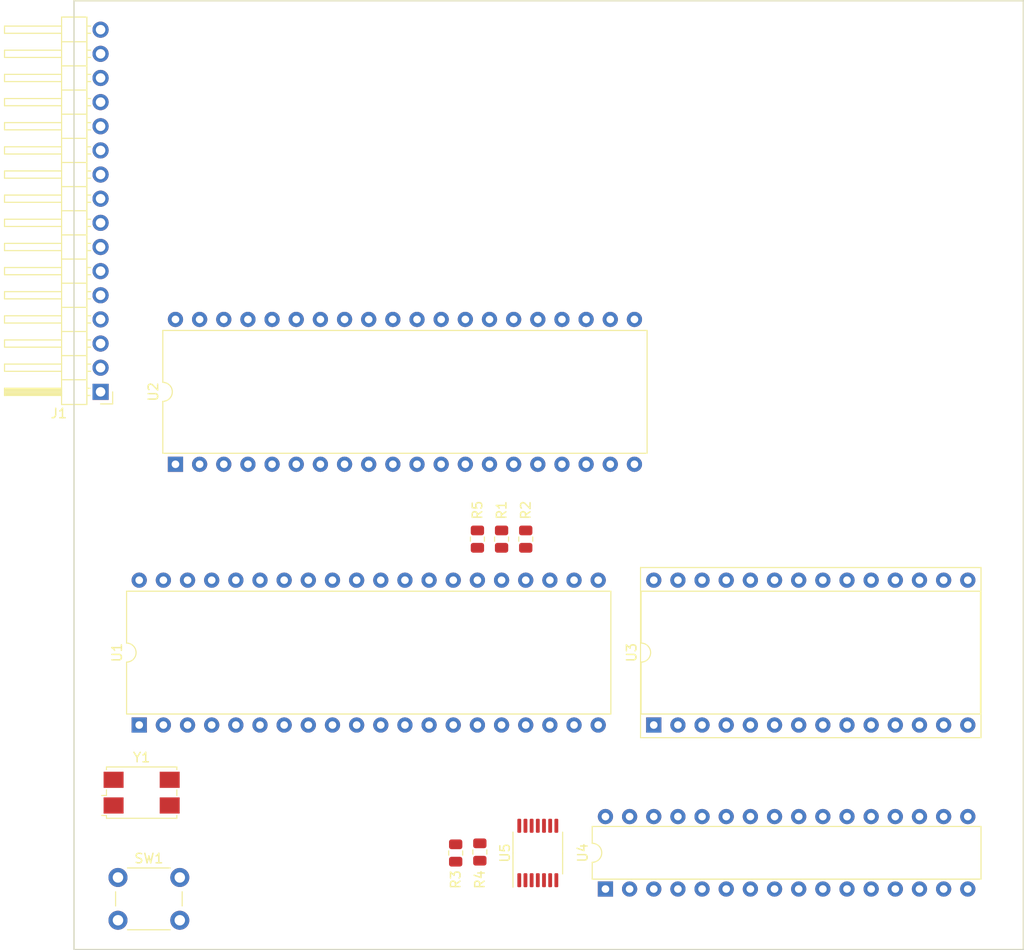
<source format=kicad_pcb>
(kicad_pcb (version 20211014) (generator pcbnew)
  (layers (0 "F.Cu" signal) (31 "B.Cu" signal) (34 "B.Paste" user) (35 "F.Paste" user) (36 "B.SilkS" user "B.Silkscreen") (37 "F.SilkS" user "F.Silkscreen") (38 "B.Mask" user) (39 "F.Mask" user) (44 "Edge.Cuts" user))
  (net 0 "")
  (net 13 "A11")
  (net 14 "Net-(U1-Pad21)")
  (net 15 "A12")
  (net 16 "Net-(U1-Pad22)")
  (net 17 "A13")
  (net 18 "A14")
  (net 19 "Net-(U1-Pad24)")
  (net 20 "A15")
  (net 21 "Net-(U1-Pad25)")
  (net 22 "Net-(U1-Pad6)")
  (net 23 "Net-(U1-Pad26)")
  (net 24 "D4")
  (net 25 "D3")
  (net 26 "D5")
  (net 27 "GND")
  (net 28 "D6")
  (net 29 "A0")
  (net 30 "VCC")
  (net 31 "A1")
  (net 32 "D2")
  (net 33 "A2")
  (net 34 "D7")
  (net 35 "A3")
  (net 36 "D0")
  (net 37 "A4")
  (net 38 "D1")
  (net 39 "A5")
  (net 40 "Net-(U1-Pad16)")
  (net 41 "A6")
  (net 42 "Net-(U1-Pad17)")
  (net 43 "A7")
  (net 44 "A8")
  (net 45 "Net-(U1-Pad19)")
  (net 46 "A9")
  (net 47 "A10")
  (net 48 "Net-(U4-Pad24)")
  (net 49 "Net-(U4-Pad29)")
  (net 52 "Net-(U1-Pad27)")
  (net 53 "Net-(U1-Pad20)")
  (net 54 "PORTA_7")
  (net 55 "PORTB_0")
  (net 56 "PORTA_6")
  (net 57 "PORTB_1")
  (net 58 "PORTA_5")
  (net 59 "PORTB_2")
  (net 60 "PORTA_4")
  (net 61 "PORTB_3")
  (net 62 "PORTB_4")
  (net 63 "PORTA_3")
  (net 64 "PORTB_5")
  (net 65 "PORTA_2")
  (net 66 "PORTB_6")
  (net 67 "PORTA_1")
  (net 68 "PORTB_7")
  (net 69 "PORTA_0")
  (footprint "Connector_PinHeader_2.54mm:PinHeader_1x16_P2.54mm_Horizontal" (layer "F.Cu") (at 82.55 88.138 180)
    (fp_text reference "J1" (at 4.385 -2.27 180) (layer "F.SilkS"))
    (fp_text value "Conn_01x16")
    (fp_line (start 4.1 0.16) (end 10.1 0.16) (layer "F.SilkS") (width 0.12))
    (fp_line (start 10.1 38.48) (end 4.1 38.48) (layer "F.SilkS") (width 0.12))
    (fp_line (start 4.1 4.7) (end 10.1 4.7) (layer "F.SilkS") (width 0.12))
    (fp_line (start 1.042929 25.02) (end 1.44 25.02) (layer "F.SilkS") (width 0.12))
    (fp_line (start 4.1 -0.38) (end 10.1 -0.38) (layer "F.SilkS") (width 0.12))
    (fp_line (start 1.042929 30.1) (end 1.44 30.1) (layer "F.SilkS") (width 0.12))
    (fp_line (start 1.44 13.97) (end 4.1 13.97) (layer "F.SilkS") (width 0.12))
    (fp_line (start 1.042929 27.56) (end 1.44 27.56) (layer "F.SilkS") (width 0.12))
    (fp_line (start 1.042929 5.46) (end 1.44 5.46) (layer "F.SilkS") (width 0.12))
    (fp_line (start 10.1 9.78) (end 10.1 10.54) (layer "F.SilkS") (width 0.12))
    (fp_line (start 10.1 13.08) (end 4.1 13.08) (layer "F.SilkS") (width 0.12))
    (fp_line (start 10.1 18.16) (end 4.1 18.16) (layer "F.SilkS") (width 0.12))
    (fp_line (start 1.042929 4.7) (end 1.44 4.7) (layer "F.SilkS") (width 0.12))
    (fp_line (start 1.042929 23.24) (end 1.44 23.24) (layer "F.SilkS") (width 0.12))
    (fp_line (start 10.1 10.54) (end 4.1 10.54) (layer "F.SilkS") (width 0.12))
    (fp_line (start 1.44 26.67) (end 4.1 26.67) (layer "F.SilkS") (width 0.12))
    (fp_line (start 1.44 19.05) (end 4.1 19.05) (layer "F.SilkS") (width 0.12))
    (fp_line (start 10.1 37.72) (end 10.1 38.48) (layer "F.SilkS") (width 0.12))
    (fp_line (start 1.042929 38.48) (end 1.44 38.48) (layer "F.SilkS") (width 0.12))
    (fp_line (start 1.042929 10.54) (end 1.44 10.54) (layer "F.SilkS") (width 0.12))
    (fp_line (start 1.042929 9.78) (end 1.44 9.78) (layer "F.SilkS") (width 0.12))
    (fp_line (start 1.44 24.13) (end 4.1 24.13) (layer "F.SilkS") (width 0.12))
    (fp_line (start 10.1 35.94) (end 4.1 35.94) (layer "F.SilkS") (width 0.12))
    (fp_line (start 1.042929 37.72) (end 1.44 37.72) (layer "F.SilkS") (width 0.12))
    (fp_line (start 10.1 23.24) (end 4.1 23.24) (layer "F.SilkS") (width 0.12))
    (fp_line (start 4.1 -0.32) (end 10.1 -0.32) (layer "F.SilkS") (width 0.12))
    (fp_line (start 1.042929 7.24) (end 1.44 7.24) (layer "F.SilkS") (width 0.12))
    (fp_line (start 4.1 9.78) (end 10.1 9.78) (layer "F.SilkS") (width 0.12))
    (fp_line (start 1.042929 30.86) (end 1.44 30.86) (layer "F.SilkS") (width 0.12))
    (fp_line (start 1.042929 22.48) (end 1.44 22.48) (layer "F.SilkS") (width 0.12))
    (fp_line (start 10.1 33.4) (end 4.1 33.4) (layer "F.SilkS") (width 0.12))
    (fp_line (start 10.1 30.86) (end 4.1 30.86) (layer "F.SilkS") (width 0.12))
    (fp_line (start 1.44 39.43) (end 4.1 39.43) (layer "F.SilkS") (width 0.12))
    (fp_line (start 10.1 35.18) (end 10.1 35.94) (layer "F.SilkS") (width 0.12))
    (fp_line (start 4.1 -1.33) (end 1.44 -1.33) (layer "F.SilkS") (width 0.12))
    (fp_line (start 4.1 22.48) (end 10.1 22.48) (layer "F.SilkS") (width 0.12))
    (fp_line (start 1.042929 2.92) (end 1.44 2.92) (layer "F.SilkS") (width 0.12))
    (fp_line (start 1.44 3.81) (end 4.1 3.81) (layer "F.SilkS") (width 0.12))
    (fp_line (start 10.1 19.94) (end 10.1 20.7) (layer "F.SilkS") (width 0.12))
    (fp_line (start 10.1 25.78) (end 4.1 25.78) (layer "F.SilkS") (width 0.12))
    (fp_line (start 1.44 6.35) (end 4.1 6.35) (layer "F.SilkS") (width 0.12))
    (fp_line (start 10.1 2.16) (end 10.1 2.92) (layer "F.SilkS") (width 0.12))
    (fp_line (start 4.1 17.4) (end 10.1 17.4) (layer "F.SilkS") (width 0.12))
    (fp_line (start 10.1 27.56) (end 10.1 28.32) (layer "F.SilkS") (width 0.12))
    (fp_line (start 1.44 1.27) (end 4.1 1.27) (layer "F.SilkS") (width 0.12))
    (fp_line (start 10.1 32.64) (end 10.1 33.4) (layer "F.SilkS") (width 0.12))
    (fp_line (start 10.1 7.24) (end 10.1 8) (layer "F.SilkS") (width 0.12))
    (fp_line (start 1.042929 32.64) (end 1.44 32.64) (layer "F.SilkS") (width 0.12))
    (fp_line (start 1.042929 28.32) (end 1.44 28.32) (layer "F.SilkS") (width 0.12))
    (fp_line (start 1.042929 15.62) (end 1.44 15.62) (layer "F.SilkS") (width 0.12))
    (fp_line (start 4.1 37.72) (end 10.1 37.72) (layer "F.SilkS") (width 0.12))
    (fp_line (start 1.44 11.43) (end 4.1 11.43) (layer "F.SilkS") (width 0.12))
    (fp_line (start -1.27 0) (end -1.27 -1.27) (layer "F.SilkS") (width 0.12))
    (fp_line (start 1.042929 25.78) (end 1.44 25.78) (layer "F.SilkS") (width 0.12))
    (fp_line (start 10.1 17.4) (end 10.1 18.16) (layer "F.SilkS") (width 0.12))
    (fp_line (start 10.1 0.38) (end 4.1 0.38) (layer "F.SilkS") (width 0.12))
    (fp_line (start 10.1 28.32) (end 4.1 28.32) (layer "F.SilkS") (width 0.12))
    (fp_line (start 4.1 25.02) (end 10.1 25.02) (layer "F.SilkS") (width 0.12))
    (fp_line (start 1.44 8.89) (end 4.1 8.89) (layer "F.SilkS") (width 0.12))
    (fp_line (start 10.1 22.48) (end 10.1 23.24) (layer "F.SilkS") (width 0.12))
    (fp_line (start 10.1 4.7) (end 10.1 5.46) (layer "F.SilkS") (width 0.12))
    (fp_line (start 4.1 0.04) (end 10.1 0.04) (layer "F.SilkS") (width 0.12))
    (fp_line (start 4.1 27.56) (end 10.1 27.56) (layer "F.SilkS") (width 0.12))
    (fp_line (start 1.042929 19.94) (end 1.44 19.94) (layer "F.SilkS") (width 0.12))
    (fp_line (start 1.44 36.83) (end 4.1 36.83) (layer "F.SilkS") (width 0.12))
    (fp_line (start 4.1 -0.2) (end 10.1 -0.2) (layer "F.SilkS") (width 0.12))
    (fp_line (start 4.1 14.86) (end 10.1 14.86) (layer "F.SilkS") (width 0.12))
    (fp_line (start 1.44 16.51) (end 4.1 16.51) (layer "F.SilkS") (width 0.12))
    (fp_line (start 1.042929 33.4) (end 1.44 33.4) (layer "F.SilkS") (width 0.12))
    (fp_line (start 10.1 12.32) (end 10.1 13.08) (layer "F.SilkS") (width 0.12))
    (fp_line (start 1.44 -1.33) (end 1.44 39.43) (layer "F.SilkS") (width 0.12))
    (fp_line (start 4.1 12.32) (end 10.1 12.32) (layer "F.SilkS") (width 0.12))
    (fp_line (start 1.11 -0.38) (end 1.44 -0.38) (layer "F.SilkS") (width 0.12))
    (fp_line (start 10.1 5.46) (end 4.1 5.46) (layer "F.SilkS") (width 0.12))
    (fp_line (start 4.1 35.18) (end 10.1 35.18) (layer "F.SilkS") (width 0.12))
    (fp_line (start 4.1 32.64) (end 10.1 32.64) (layer "F.SilkS") (width 0.12))
    (fp_line (start 1.11 0.38) (end 1.44 0.38) (layer "F.SilkS") (width 0.12))
    (fp_line (start 4.1 39.43) (end 4.1 -1.33) (layer "F.SilkS") (width 0.12))
    (fp_line (start 10.1 2.92) (end 4.1 2.92) (layer "F.SilkS") (width 0.12))
    (fp_line (start 1.44 29.21) (end 4.1 29.21) (layer "F.SilkS") (width 0.12))
    (fp_line (start 10.1 8) (end 4.1 8) (layer "F.SilkS") (width 0.12))
    (fp_line (start 4.1 2.16) (end 10.1 2.16) (layer "F.SilkS") (width 0.12))
    (fp_line (start 1.042929 14.86) (end 1.44 14.86) (layer "F.SilkS") (width 0.12))
    (fp_line (start 10.1 20.7) (end 4.1 20.7) (layer "F.SilkS") (width 0.12))
    (fp_line (start 1.042929 2.16) (end 1.44 2.16) (layer "F.SilkS") (width 0.12))
    (fp_line (start -1.27 -1.27) (end 0 -1.27) (layer "F.SilkS") (width 0.12))
    (fp_line (start 4.1 -0.08) (end 10.1 -0.08) (layer "F.SilkS") (width 0.12))
    (fp_line (start 1.44 31.75) (end 4.1 31.75) (layer "F.SilkS") (width 0.12))
    (fp_line (start 1.042929 17.4) (end 1.44 17.4) (layer "F.SilkS") (width 0.12))
    (fp_line (start 1.042929 13.08) (end 1.44 13.08) (layer "F.SilkS") (width 0.12))
    (fp_line (start 4.1 0.28) (end 10.1 0.28) (layer "F.SilkS") (width 0.12))
    (fp_line (start 1.042929 35.18) (end 1.44 35.18) (layer "F.SilkS") (width 0.12))
    (fp_line (start 1.44 34.29) (end 4.1 34.29) (layer "F.SilkS") (width 0.12))
    (fp_line (start 1.042929 35.94) (end 1.44 35.94) (layer "F.SilkS") (width 0.12))
    (fp_line (start 10.1 15.62) (end 4.1 15.62) (layer "F.SilkS") (width 0.12))
    (fp_line (start 1.042929 8) (end 1.44 8) (layer "F.SilkS") (width 0.12))
    (fp_line (start 1.042929 20.7) (end 1.44 20.7) (layer "F.SilkS") (width 0.12))
    (fp_line (start 4.1 30.1) (end 10.1 30.1) (layer "F.SilkS") (width 0.12))
    (fp_line (start 10.1 14.86) (end 10.1 15.62) (layer "F.SilkS") (width 0.12))
    (fp_line (start 1.44 21.59) (end 4.1 21.59) (layer "F.SilkS") (width 0.12))
    (fp_line (start 10.1 30.1) (end 10.1 30.86) (layer "F.SilkS") (width 0.12))
    (fp_line (start 4.1 19.94) (end 10.1 19.94) (layer "F.SilkS") (width 0.12))
    (fp_line (start 1.042929 12.32) (end 1.44 12.32) (layer "F.SilkS") (width 0.12))
    (fp_line (start 1.042929 18.16) (end 1.44 18.16) (layer "F.SilkS") (width 0.12))
    (fp_line (start 4.1 7.24) (end 10.1 7.24) (layer "F.SilkS") (width 0.12))
    (fp_line (start 10.1 25.02) (end 10.1 25.78) (layer "F.SilkS") (width 0.12))
    (fp_line (start 10.1 -0.38) (end 10.1 0.38) (layer "F.SilkS") (width 0.12))
    (pad "1" thru_hole rect locked (at 0 0 180) (size 1.7 1.7) (drill 1) (layers *.Cu *.Mask) (net 69 "PORTA_0"))
    (pad "2" thru_hole oval locked (at 0 2.54 180) (size 1.7 1.7) (drill 1) (layers *.Cu *.Mask) (net 67 "PORTA_1"))
    (pad "3" thru_hole oval locked (at 0 5.08 180) (size 1.7 1.7) (drill 1) (layers *.Cu *.Mask) (net 65 "PORTA_2"))
    (pad "4" thru_hole oval locked (at 0 7.62 180) (size 1.7 1.7) (drill 1) (layers *.Cu *.Mask) (net 63 "PORTA_3"))
    (pad "5" thru_hole oval locked (at 0 10.16 180) (size 1.7 1.7) (drill 1) (layers *.Cu *.Mask) (net 60 "PORTA_4"))
    (pad "6" thru_hole oval locked (at 0 12.7 180) (size 1.7 1.7) (drill 1) (layers *.Cu *.Mask) (net 58 "PORTA_5"))
    (pad "7" thru_hole oval locked (at 0 15.24 180) (size 1.7 1.7) (drill 1) (layers *.Cu *.Mask) (net 56 "PORTA_6"))
    (pad "8" thru_hole oval locked (at 0 17.78 180) (size 1.7 1.7) (drill 1) (layers *.Cu *.Mask) (net 54 "PORTA_7"))
    (pad "9" thru_hole oval locked (at 0 20.32 180) (size 1.7 1.7) (drill 1) (layers *.Cu *.Mask) (net 55 "PORTB_0"))
    (pad "10" thru_hole oval locked (at 0 22.86 180) (size 1.7 1.7) (drill 1) (layers *.Cu *.Mask) (net 57 "PORTB_1"))
    (pad "11" thru_hole oval locked (at 0 25.4 180) (size 1.7 1.7) (drill 1) (layers *.Cu *.Mask) (net 59 "PORTB_2"))
    (pad "12" thru_hole oval locked (at 0 27.94 180) (size 1.7 1.7) (drill 1) (layers *.Cu *.Mask) (net 61 "PORTB_3"))
    (pad "13" thru_hole oval locked (at 0 30.48 180) (size 1.7 1.7) (drill 1) (layers *.Cu *.Mask) (net 62 "PORTB_4"))
    (pad "14" thru_hole oval locked (at 0 33.02 180) (size 1.7 1.7) (drill 1) (layers *.Cu *.Mask) (net 64 "PORTB_5"))
    (pad "15" thru_hole oval locked (at 0 35.56 180) (size 1.7 1.7) (drill 1) (layers *.Cu *.Mask) (net 66 "PORTB_6"))
    (pad "16" thru_hole oval locked (at 0 38.1 180) (size 1.7 1.7) (drill 1) (layers *.Cu *.Mask) (net 68 "PORTB_7"))
  )
  (footprint "Package_DIP:DIP-40_W15.24mm" (layer "F.Cu") (at 90.424 95.758 90)
    (fp_text reference "U2" (at 7.62 -2.33 90) (layer "F.SilkS"))
    (fp_text value "Z8420")
    (fp_line (start 14.08 49.59) (end 14.08 -1.33) (layer "F.SilkS") (width 0.12))
    (fp_line (start 1.16 -1.33) (end 1.16 49.59) (layer "F.SilkS") (width 0.12))
    (fp_line (start 6.62 -1.33) (end 1.16 -1.33) (layer "F.SilkS") (width 0.12))
    (fp_line (start 1.16 49.59) (end 14.08 49.59) (layer "F.SilkS") (width 0.12))
    (fp_line (start 14.08 -1.33) (end 8.62 -1.33) (layer "F.SilkS") (width 0.12))
    (fp_arc (start 8.62 -1.33) (mid 7.62 -0.33) (end 6.62 -1.33) (layer "F.SilkS") (width 0.12))
    (pad "1" thru_hole rect locked (at 0 0 90) (size 1.6 1.6) (drill 0.8) (layers *.Cu *.Mask) (net 32 "D2"))
    (pad "2" thru_hole oval locked (at 0 2.54 90) (size 1.6 1.6) (drill 0.8) (layers *.Cu *.Mask) (net 34 "D7"))
    (pad "3" thru_hole oval locked (at 0 5.08 90) (size 1.6 1.6) (drill 0.8) (layers *.Cu *.Mask) (net 28 "D6"))
    (pad "4" thru_hole oval locked (at 0 7.62 90) (size 1.6 1.6) (drill 0.8) (layers *.Cu *.Mask) (net 53 "Net-(U1-Pad20)"))
    (pad "5" thru_hole oval locked (at 0 10.16 90) (size 1.6 1.6) (drill 0.8) (layers *.Cu *.Mask) (net 31 "A1"))
    (pad "6" thru_hole oval locked (at 0 12.7 90) (size 1.6 1.6) (drill 0.8) (layers *.Cu *.Mask) (net 29 "A0"))
    (pad "7" thru_hole oval locked (at 0 15.24 90) (size 1.6 1.6) (drill 0.8) (layers *.Cu *.Mask) (net 54 "PORTA_7"))
    (pad "8" thru_hole oval locked (at 0 17.78 90) (size 1.6 1.6) (drill 0.8) (layers *.Cu *.Mask) (net 56 "PORTA_6"))
    (pad "9" thru_hole oval locked (at 0 20.32 90) (size 1.6 1.6) (drill 0.8) (layers *.Cu *.Mask) (net 58 "PORTA_5"))
    (pad "10" thru_hole oval locked (at 0 22.86 90) (size 1.6 1.6) (drill 0.8) (layers *.Cu *.Mask) (net 60 "PORTA_4"))
    (pad "11" thru_hole oval locked (at 0 25.4 90) (size 1.6 1.6) (drill 0.8) (layers *.Cu *.Mask) (net 27 "GND"))
    (pad "12" thru_hole oval locked (at 0 27.94 90) (size 1.6 1.6) (drill 0.8) (layers *.Cu *.Mask) (net 63 "PORTA_3"))
    (pad "13" thru_hole oval locked (at 0 30.48 90) (size 1.6 1.6) (drill 0.8) (layers *.Cu *.Mask) (net 65 "PORTA_2"))
    (pad "14" thru_hole oval locked (at 0 33.02 90) (size 1.6 1.6) (drill 0.8) (layers *.Cu *.Mask) (net 67 "PORTA_1"))
    (pad "15" thru_hole oval locked (at 0 35.56 90) (size 1.6 1.6) (drill 0.8) (layers *.Cu *.Mask) (net 69 "PORTA_0"))
    (pad "16" thru_hole oval locked (at 0 38.1 90) (size 1.6 1.6) (drill 0.8) (layers *.Cu *.Mask))
    (pad "17" thru_hole oval locked (at 0 40.64 90) (size 1.6 1.6) (drill 0.8) (layers *.Cu *.Mask))
    (pad "18" thru_hole oval locked (at 0 43.18 90) (size 1.6 1.6) (drill 0.8) (layers *.Cu *.Mask))
    (pad "19" thru_hole oval locked (at 0 45.72 90) (size 1.6 1.6) (drill 0.8) (layers *.Cu *.Mask) (net 36 "D0"))
    (pad "20" thru_hole oval locked (at 0 48.26 90) (size 1.6 1.6) (drill 0.8) (layers *.Cu *.Mask) (net 38 "D1"))
    (pad "21" thru_hole oval locked (at 15.24 48.26 90) (size 1.6 1.6) (drill 0.8) (layers *.Cu *.Mask))
    (pad "22" thru_hole oval locked (at 15.24 45.72 90) (size 1.6 1.6) (drill 0.8) (layers *.Cu *.Mask))
    (pad "23" thru_hole oval locked (at 15.24 43.18 90) (size 1.6 1.6) (drill 0.8) (layers *.Cu *.Mask))
    (pad "24" thru_hole oval locked (at 15.24 40.64 90) (size 1.6 1.6) (drill 0.8) (layers *.Cu *.Mask))
    (pad "25" thru_hole oval locked (at 15.24 38.1 90) (size 1.6 1.6) (drill 0.8) (layers *.Cu *.Mask) (net 22 "Net-(U1-Pad6)"))
    (pad "26" thru_hole oval locked (at 15.24 35.56 90) (size 1.6 1.6) (drill 0.8) (layers *.Cu *.Mask) (net 30 "VCC"))
    (pad "27" thru_hole oval locked (at 15.24 33.02 90) (size 1.6 1.6) (drill 0.8) (layers *.Cu *.Mask) (net 55 "PORTB_0"))
    (pad "28" thru_hole oval locked (at 15.24 30.48 90) (size 1.6 1.6) (drill 0.8) (layers *.Cu *.Mask) (net 57 "PORTB_1"))
    (pad "29" thru_hole oval locked (at 15.24 27.94 90) (size 1.6 1.6) (drill 0.8) (layers *.Cu *.Mask) (net 59 "PORTB_2"))
    (pad "30" thru_hole oval locked (at 15.24 25.4 90) (size 1.6 1.6) (drill 0.8) (layers *.Cu *.Mask) (net 61 "PORTB_3"))
    (pad "31" thru_hole oval locked (at 15.24 22.86 90) (size 1.6 1.6) (drill 0.8) (layers *.Cu *.Mask) (net 62 "PORTB_4"))
    (pad "32" thru_hole oval locked (at 15.24 20.32 90) (size 1.6 1.6) (drill 0.8) (layers *.Cu *.Mask) (net 64 "PORTB_5"))
    (pad "33" thru_hole oval locked (at 15.24 17.78 90) (size 1.6 1.6) (drill 0.8) (layers *.Cu *.Mask) (net 66 "PORTB_6"))
    (pad "34" thru_hole oval locked (at 15.24 15.24 90) (size 1.6 1.6) (drill 0.8) (layers *.Cu *.Mask) (net 68 "PORTB_7"))
    (pad "35" thru_hole oval locked (at 15.24 12.7 90) (size 1.6 1.6) (drill 0.8) (layers *.Cu *.Mask) (net 14 "Net-(U1-Pad21)"))
    (pad "36" thru_hole oval locked (at 15.24 10.16 90) (size 1.6 1.6) (drill 0.8) (layers *.Cu *.Mask) (net 53 "Net-(U1-Pad20)"))
    (pad "37" thru_hole oval locked (at 15.24 7.62 90) (size 1.6 1.6) (drill 0.8) (layers *.Cu *.Mask) (net 52 "Net-(U1-Pad27)"))
    (pad "38" thru_hole oval locked (at 15.24 5.08 90) (size 1.6 1.6) (drill 0.8) (layers *.Cu *.Mask) (net 26 "D5"))
    (pad "39" thru_hole oval locked (at 15.24 2.54 90) (size 1.6 1.6) (drill 0.8) (layers *.Cu *.Mask) (net 24 "D4"))
    (pad "40" thru_hole oval locked (at 15.24 0 90) (size 1.6 1.6) (drill 0.8) (layers *.Cu *.Mask) (net 25 "D3"))
  )
  (footprint "Package_DIP:DIP-40_W15.24mm" (layer "F.Cu") (at 86.614 123.19 90)
    (fp_text reference "U1" (at 7.62 -2.33 90) (layer "F.SilkS"))
    (fp_text value "Z80CPU")
    (fp_line (start 1.16 -1.33) (end 1.16 49.59) (layer "F.SilkS") (width 0.12))
    (fp_line (start 14.08 49.59) (end 14.08 -1.33) (layer "F.SilkS") (width 0.12))
    (fp_line (start 6.62 -1.33) (end 1.16 -1.33) (layer "F.SilkS") (width 0.12))
    (fp_line (start 1.16 49.59) (end 14.08 49.59) (layer "F.SilkS") (width 0.12))
    (fp_line (start 14.08 -1.33) (end 8.62 -1.33) (layer "F.SilkS") (width 0.12))
    (fp_arc (start 8.62 -1.33) (mid 7.62 -0.33) (end 6.62 -1.33) (layer "F.SilkS") (width 0.12))
    (pad "1" thru_hole rect locked (at 0 0 90) (size 1.6 1.6) (drill 0.8) (layers *.Cu *.Mask) (net 13 "A11"))
    (pad "2" thru_hole oval locked (at 0 2.54 90) (size 1.6 1.6) (drill 0.8) (layers *.Cu *.Mask) (net 15 "A12"))
    (pad "3" thru_hole oval locked (at 0 5.08 90) (size 1.6 1.6) (drill 0.8) (layers *.Cu *.Mask) (net 17 "A13"))
    (pad "4" thru_hole oval locked (at 0 7.62 90) (size 1.6 1.6) (drill 0.8) (layers *.Cu *.Mask) (net 18 "A14"))
    (pad "5" thru_hole oval locked (at 0 10.16 90) (size 1.6 1.6) (drill 0.8) (layers *.Cu *.Mask) (net 20 "A15"))
    (pad "6" thru_hole oval locked (at 0 12.7 90) (size 1.6 1.6) (drill 0.8) (layers *.Cu *.Mask) (net 22 "Net-(U1-Pad6)"))
    (pad "7" thru_hole oval locked (at 0 15.24 90) (size 1.6 1.6) (drill 0.8) (layers *.Cu *.Mask) (net 24 "D4"))
    (pad "8" thru_hole oval locked (at 0 17.78 90) (size 1.6 1.6) (drill 0.8) (layers *.Cu *.Mask) (net 25 "D3"))
    (pad "9" thru_hole oval locked (at 0 20.32 90) (size 1.6 1.6) (drill 0.8) (layers *.Cu *.Mask) (net 26 "D5"))
    (pad "10" thru_hole oval locked (at 0 22.86 90) (size 1.6 1.6) (drill 0.8) (layers *.Cu *.Mask) (net 28 "D6"))
    (pad "11" thru_hole oval locked (at 0 25.4 90) (size 1.6 1.6) (drill 0.8) (layers *.Cu *.Mask) (net 30 "VCC"))
    (pad "12" thru_hole oval locked (at 0 27.94 90) (size 1.6 1.6) (drill 0.8) (layers *.Cu *.Mask) (net 32 "D2"))
    (pad "13" thru_hole oval locked (at 0 30.48 90) (size 1.6 1.6) (drill 0.8) (layers *.Cu *.Mask) (net 34 "D7"))
    (pad "14" thru_hole oval locked (at 0 33.02 90) (size 1.6 1.6) (drill 0.8) (layers *.Cu *.Mask) (net 36 "D0"))
    (pad "15" thru_hole oval locked (at 0 35.56 90) (size 1.6 1.6) (drill 0.8) (layers *.Cu *.Mask) (net 38 "D1"))
    (pad "16" thru_hole oval locked (at 0 38.1 90) (size 1.6 1.6) (drill 0.8) (layers *.Cu *.Mask) (net 40 "Net-(U1-Pad16)"))
    (pad "17" thru_hole oval locked (at 0 40.64 90) (size 1.6 1.6) (drill 0.8) (layers *.Cu *.Mask) (net 42 "Net-(U1-Pad17)"))
    (pad "18" thru_hole oval locked (at 0 43.18 90) (size 1.6 1.6) (drill 0.8) (layers *.Cu *.Mask))
    (pad "19" thru_hole oval locked (at 0 45.72 90) (size 1.6 1.6) (drill 0.8) (layers *.Cu *.Mask) (net 45 "Net-(U1-Pad19)"))
    (pad "20" thru_hole oval locked (at 0 48.26 90) (size 1.6 1.6) (drill 0.8) (layers *.Cu *.Mask) (net 53 "Net-(U1-Pad20)"))
    (pad "21" thru_hole oval locked (at 15.24 48.26 90) (size 1.6 1.6) (drill 0.8) (layers *.Cu *.Mask) (net 14 "Net-(U1-Pad21)"))
    (pad "22" thru_hole oval locked (at 15.24 45.72 90) (size 1.6 1.6) (drill 0.8) (layers *.Cu *.Mask) (net 16 "Net-(U1-Pad22)"))
    (pad "23" thru_hole oval locked (at 15.24 43.18 90) (size 1.6 1.6) (drill 0.8) (layers *.Cu *.Mask))
    (pad "24" thru_hole oval locked (at 15.24 40.64 90) (size 1.6 1.6) (drill 0.8) (layers *.Cu *.Mask) (net 19 "Net-(U1-Pad24)"))
    (pad "25" thru_hole oval locked (at 15.24 38.1 90) (size 1.6 1.6) (drill 0.8) (layers *.Cu *.Mask) (net 21 "Net-(U1-Pad25)"))
    (pad "26" thru_hole oval locked (at 15.24 35.56 90) (size 1.6 1.6) (drill 0.8) (layers *.Cu *.Mask) (net 23 "Net-(U1-Pad26)"))
    (pad "27" thru_hole oval locked (at 15.24 33.02 90) (size 1.6 1.6) (drill 0.8) (layers *.Cu *.Mask) (net 52 "Net-(U1-Pad27)"))
    (pad "28" thru_hole oval locked (at 15.24 30.48 90) (size 1.6 1.6) (drill 0.8) (layers *.Cu *.Mask))
    (pad "29" thru_hole oval locked (at 15.24 27.94 90) (size 1.6 1.6) (drill 0.8) (layers *.Cu *.Mask) (net 27 "GND"))
    (pad "30" thru_hole oval locked (at 15.24 25.4 90) (size 1.6 1.6) (drill 0.8) (layers *.Cu *.Mask) (net 29 "A0"))
    (pad "31" thru_hole oval locked (at 15.24 22.86 90) (size 1.6 1.6) (drill 0.8) (layers *.Cu *.Mask) (net 31 "A1"))
    (pad "32" thru_hole oval locked (at 15.24 20.32 90) (size 1.6 1.6) (drill 0.8) (layers *.Cu *.Mask) (net 33 "A2"))
    (pad "33" thru_hole oval locked (at 15.24 17.78 90) (size 1.6 1.6) (drill 0.8) (layers *.Cu *.Mask) (net 35 "A3"))
    (pad "34" thru_hole oval locked (at 15.24 15.24 90) (size 1.6 1.6) (drill 0.8) (layers *.Cu *.Mask) (net 37 "A4"))
    (pad "35" thru_hole oval locked (at 15.24 12.7 90) (size 1.6 1.6) (drill 0.8) (layers *.Cu *.Mask) (net 39 "A5"))
    (pad "36" thru_hole oval locked (at 15.24 10.16 90) (size 1.6 1.6) (drill 0.8) (layers *.Cu *.Mask) (net 41 "A6"))
    (pad "37" thru_hole oval locked (at 15.24 7.62 90) (size 1.6 1.6) (drill 0.8) (layers *.Cu *.Mask) (net 43 "A7"))
    (pad "38" thru_hole oval locked (at 15.24 5.08 90) (size 1.6 1.6) (drill 0.8) (layers *.Cu *.Mask) (net 44 "A8"))
    (pad "39" thru_hole oval locked (at 15.24 2.54 90) (size 1.6 1.6) (drill 0.8) (layers *.Cu *.Mask) (net 46 "A9"))
    (pad "40" thru_hole oval locked (at 15.24 0 90) (size 1.6 1.6) (drill 0.8) (layers *.Cu *.Mask) (net 47 "A10"))
  )
  (footprint "Resistor_SMD:R_0805_2012Metric" (layer "F.Cu") (at 119.888 136.652 90)
    (fp_text reference "R3" (at -2.794 0 90) (layer "F.SilkS"))
    (fp_text value "R_US")
    (fp_line (start -0.227064 -0.735) (end 0.227064 -0.735) (layer "F.SilkS") (width 0.12))
    (fp_line (start -0.227064 0.735) (end 0.227064 0.735) (layer "F.SilkS") (width 0.12))
    (pad "1" smd roundrect locked (at -0.9125 0 90) (size 1.025 1.4) (layers "F.Cu" "F.Paste" "F.Mask") (roundrect_rratio 0.243902) (net 30 "VCC"))
    (pad "2" smd roundrect locked (at 0.9125 0 90) (size 1.025 1.4) (layers "F.Cu" "F.Paste" "F.Mask") (roundrect_rratio 0.243902) (net 40 "Net-(U1-Pad16)"))
  )
  (footprint "Crystal:Crystal_SMD_7050-4Pin_7.0x5.0mm" (layer "F.Cu") (at 86.868 130.302)
    (fp_text reference "Y1" (at 0 -3.7) (layer "F.SilkS"))
    (fp_text value "Crystal_GND24")
    (fp_line (start -3.7 -2.7) (end 3.7 -2.7) (layer "F.SilkS") (width 0.12))
    (fp_line (start -3.7 -2.4) (end -3.7 -2.7) (layer "F.SilkS") (width 0.12))
    (fp_line (start -3.7 2.4) (end -3.7 2.7) (layer "F.SilkS") (width 0.12))
    (fp_line (start -4.2 0.3) (end -3.7 0.3) (layer "F.SilkS") (width 0.12))
    (fp_line (start -4.2 2.4) (end -3.7 2.4) (layer "F.SilkS") (width 0.12))
    (fp_line (start -3.7 0.3) (end -3.7 -0.3) (layer "F.SilkS") (width 0.12))
    (fp_line (start -3.7 2.7) (end 3.7 2.7) (layer "F.SilkS") (width 0.12))
    (fp_line (start 3.7 2.7) (end 3.7 2.4) (layer "F.SilkS") (width 0.12))
    (fp_line (start 3.7 -2.7) (end 3.7 -2.4) (layer "F.SilkS") (width 0.12))
    (fp_line (start 3.7 -0.3) (end 3.7 0.3) (layer "F.SilkS") (width 0.12))
    (pad "1" smd rect locked (at -2.95 1.35) (size 2.1 1.7) (layers "F.Cu" "F.Paste" "F.Mask"))
    (pad "2" smd rect locked (at 2.95 1.35) (size 2.1 1.7) (layers "F.Cu" "F.Paste" "F.Mask") (net 27 "GND"))
    (pad "3" smd rect locked (at 2.95 -1.35) (size 2.1 1.7) (layers "F.Cu" "F.Paste" "F.Mask") (net 22 "Net-(U1-Pad6)"))
    (pad "4" smd rect locked (at -2.95 -1.35) (size 2.1 1.7) (layers "F.Cu" "F.Paste" "F.Mask") (net 30 "VCC"))
  )
  (footprint "Package_DIP:DIP-28_W15.24mm_Socket" (layer "F.Cu") (at 140.716 123.19 90)
    (fp_text reference "U3" (at 7.62 -2.33 90) (layer "F.SilkS"))
    (fp_text value "28C256")
    (fp_line (start 14.08 34.35) (end 14.08 -1.33) (layer "F.SilkS") (width 0.12))
    (fp_line (start -1.33 -1.39) (end -1.33 34.41) (layer "F.SilkS") (width 0.12))
    (fp_line (start 1.16 34.35) (end 14.08 34.35) (layer "F.SilkS") (width 0.12))
    (fp_line (start 16.57 34.41) (end 16.57 -1.39) (layer "F.SilkS") (width 0.12))
    (fp_line (start 14.08 -1.33) (end 8.62 -1.33) (layer "F.SilkS") (width 0.12))
    (fp_line (start -1.33 34.41) (end 16.57 34.41) (layer "F.SilkS") (width 0.12))
    (fp_line (start 1.16 -1.33) (end 1.16 34.35) (layer "F.SilkS") (width 0.12))
    (fp_line (start 16.57 -1.39) (end -1.33 -1.39) (layer "F.SilkS") (width 0.12))
    (fp_line (start 6.62 -1.33) (end 1.16 -1.33) (layer "F.SilkS") (width 0.12))
    (fp_arc (start 8.62 -1.33) (mid 7.62 -0.33) (end 6.62 -1.33) (layer "F.SilkS") (width 0.12))
    (pad "1" thru_hole rect locked (at 0 0 90) (size 1.6 1.6) (drill 0.8) (layers *.Cu *.Mask) (net 18 "A14"))
    (pad "2" thru_hole oval locked (at 0 2.54 90) (size 1.6 1.6) (drill 0.8) (layers *.Cu *.Mask) (net 15 "A12"))
    (pad "3" thru_hole oval locked (at 0 5.08 90) (size 1.6 1.6) (drill 0.8) (layers *.Cu *.Mask) (net 43 "A7"))
    (pad "4" thru_hole oval locked (at 0 7.62 90) (size 1.6 1.6) (drill 0.8) (layers *.Cu *.Mask) (net 41 "A6"))
    (pad "5" thru_hole oval locked (at 0 10.16 90) (size 1.6 1.6) (drill 0.8) (layers *.Cu *.Mask) (net 39 "A5"))
    (pad "6" thru_hole oval locked (at 0 12.7 90) (size 1.6 1.6) (drill 0.8) (layers *.Cu *.Mask) (net 37 "A4"))
    (pad "7" thru_hole oval locked (at 0 15.24 90) (size 1.6 1.6) (drill 0.8) (layers *.Cu *.Mask) (net 35 "A3"))
    (pad "8" thru_hole oval locked (at 0 17.78 90) (size 1.6 1.6) (drill 0.8) (layers *.Cu *.Mask) (net 33 "A2"))
    (pad "9" thru_hole oval locked (at 0 20.32 90) (size 1.6 1.6) (drill 0.8) (layers *.Cu *.Mask) (net 31 "A1"))
    (pad "10" thru_hole oval locked (at 0 22.86 90) (size 1.6 1.6) (drill 0.8) (layers *.Cu *.Mask) (net 29 "A0"))
    (pad "11" thru_hole oval locked (at 0 25.4 90) (size 1.6 1.6) (drill 0.8) (layers *.Cu *.Mask) (net 36 "D0"))
    (pad "12" thru_hole oval locked (at 0 27.94 90) (size 1.6 1.6) (drill 0.8) (layers *.Cu *.Mask) (net 38 "D1"))
    (pad "13" thru_hole oval locked (at 0 30.48 90) (size 1.6 1.6) (drill 0.8) (layers *.Cu *.Mask) (net 32 "D2"))
    (pad "14" thru_hole oval locked (at 0 33.02 90) (size 1.6 1.6) (drill 0.8) (layers *.Cu *.Mask) (net 27 "GND"))
    (pad "15" thru_hole oval locked (at 15.24 33.02 90) (size 1.6 1.6) (drill 0.8) (layers *.Cu *.Mask) (net 25 "D3"))
    (pad "16" thru_hole oval locked (at 15.24 30.48 90) (size 1.6 1.6) (drill 0.8) (layers *.Cu *.Mask) (net 24 "D4"))
    (pad "17" thru_hole oval locked (at 15.24 27.94 90) (size 1.6 1.6) (drill 0.8) (layers *.Cu *.Mask) (net 26 "D5"))
    (pad "18" thru_hole oval locked (at 15.24 25.4 90) (size 1.6 1.6) (drill 0.8) (layers *.Cu *.Mask) (net 28 "D6"))
    (pad "19" thru_hole oval locked (at 15.24 22.86 90) (size 1.6 1.6) (drill 0.8) (layers *.Cu *.Mask) (net 34 "D7"))
    (pad "20" thru_hole oval locked (at 15.24 20.32 90) (size 1.6 1.6) (drill 0.8) (layers *.Cu *.Mask) (net 20 "A15"))
    (pad "21" thru_hole oval locked (at 15.24 17.78 90) (size 1.6 1.6) (drill 0.8) (layers *.Cu *.Mask) (net 47 "A10"))
    (pad "22" thru_hole oval locked (at 15.24 15.24 90) (size 1.6 1.6) (drill 0.8) (layers *.Cu *.Mask) (net 48 "Net-(U4-Pad24)"))
    (pad "23" thru_hole oval locked (at 15.24 12.7 90) (size 1.6 1.6) (drill 0.8) (layers *.Cu *.Mask) (net 13 "A11"))
    (pad "24" thru_hole oval locked (at 15.24 10.16 90) (size 1.6 1.6) (drill 0.8) (layers *.Cu *.Mask) (net 46 "A9"))
    (pad "25" thru_hole oval locked (at 15.24 7.62 90) (size 1.6 1.6) (drill 0.8) (layers *.Cu *.Mask) (net 44 "A8"))
    (pad "26" thru_hole oval locked (at 15.24 5.08 90) (size 1.6 1.6) (drill 0.8) (layers *.Cu *.Mask) (net 17 "A13"))
    (pad "27" thru_hole oval locked (at 15.24 2.54 90) (size 1.6 1.6) (drill 0.8) (layers *.Cu *.Mask) (net 30 "VCC"))
    (pad "28" thru_hole oval locked (at 15.24 0 90) (size 1.6 1.6) (drill 0.8) (layers *.Cu *.Mask) (net 30 "VCC"))
  )
  (footprint "Resistor_SMD:R_0805_2012Metric" (layer "F.Cu") (at 122.174 103.632 -90)
    (fp_text reference "R5" (at -3.048 0 90) (layer "F.SilkS"))
    (fp_text value "R_US")
    (fp_line (start -0.227064 -0.735) (end 0.227064 -0.735) (layer "F.SilkS") (width 0.12))
    (fp_line (start -0.227064 0.735) (end 0.227064 0.735) (layer "F.SilkS") (width 0.12))
    (pad "1" smd roundrect locked (at -0.9125 0 270) (size 1.025 1.4) (layers "F.Cu" "F.Paste" "F.Mask") (roundrect_rratio 0.243902) (net 30 "VCC"))
    (pad "2" smd roundrect locked (at 0.9125 0 270) (size 1.025 1.4) (layers "F.Cu" "F.Paste" "F.Mask") (roundrect_rratio 0.243902) (net 23 "Net-(U1-Pad26)"))
  )
  (footprint "Button_Switch_THT:SW_PUSH_6mm" (layer "F.Cu") (at 84.38 139.228)
    (fp_text reference "SW1" (at 3.25 -2) (layer "F.SilkS"))
    (fp_text value "SW_Push")
    (fp_line (start 5.5 -1) (end 1 -1) (layer "F.SilkS") (width 0.12))
    (fp_line (start 1 5.5) (end 5.5 5.5) (layer "F.SilkS") (width 0.12))
    (fp_line (start 6.75 3) (end 6.75 1.5) (layer "F.SilkS") (width 0.12))
    (fp_line (start -0.25 1.5) (end -0.25 3) (layer "F.SilkS") (width 0.12))
    (pad "1" thru_hole circle locked (at 6.5 0 90) (size 2 2) (drill 1.1) (layers *.Cu *.Mask) (net 27 "GND"))
    (pad "1" thru_hole circle locked (at 0 0 90) (size 2 2) (drill 1.1) (layers *.Cu *.Mask) (net 27 "GND"))
    (pad "2" thru_hole circle locked (at 6.5 4.5 90) (size 2 2) (drill 1.1) (layers *.Cu *.Mask) (net 23 "Net-(U1-Pad26)"))
    (pad "2" thru_hole circle locked (at 0 4.5 90) (size 2 2) (drill 1.1) (layers *.Cu *.Mask) (net 23 "Net-(U1-Pad26)"))
  )
  (footprint "Resistor_SMD:R_0805_2012Metric" (layer "F.Cu") (at 124.714 103.632 -90)
    (fp_text reference "R1" (at -3.048 0 90) (layer "F.SilkS"))
    (fp_text value "R_US")
    (fp_line (start -0.227064 -0.735) (end 0.227064 -0.735) (layer "F.SilkS") (width 0.12))
    (fp_line (start -0.227064 0.735) (end 0.227064 0.735) (layer "F.SilkS") (width 0.12))
    (pad "1" smd roundrect locked (at -0.9125 0 270) (size 1.025 1.4) (layers "F.Cu" "F.Paste" "F.Mask") (roundrect_rratio 0.243902) (net 30 "VCC"))
    (pad "2" smd roundrect locked (at 0.9125 0 270) (size 1.025 1.4) (layers "F.Cu" "F.Paste" "F.Mask") (roundrect_rratio 0.243902) (net 21 "Net-(U1-Pad25)"))
  )
  (footprint "Package_SO:TSSOP-14_4.4x5mm_P0.65mm" (layer "F.Cu") (at 128.524 136.652 90)
    (fp_text reference "U5" (at 0 -3.45 90) (layer "F.SilkS"))
    (fp_text value "74LS32")
    (fp_line (start 0 -2.61) (end -3.6 -2.61) (layer "F.SilkS") (width 0.12))
    (fp_line (start 0 2.61) (end 2.2 2.61) (layer "F.SilkS") (width 0.12))
    (fp_line (start 0 -2.61) (end 2.2 -2.61) (layer "F.SilkS") (width 0.12))
    (fp_line (start 0 2.61) (end -2.2 2.61) (layer "F.SilkS") (width 0.12))
    (pad "1" smd roundrect locked (at -2.8625 -1.95 90) (size 1.475 0.4) (layers "F.Cu" "F.Paste" "F.Mask") (net 16 "Net-(U1-Pad22)"))
    (pad "2" smd roundrect locked (at -2.8625 -1.3 90) (size 1.475 0.4) (layers "F.Cu" "F.Paste" "F.Mask") (net 45 "Net-(U1-Pad19)"))
    (pad "3" smd roundrect locked (at -2.8625 -0.65 90) (size 1.475 0.4) (layers "F.Cu" "F.Paste" "F.Mask") (net 49 "Net-(U4-Pad29)"))
    (pad "4" smd roundrect locked (at -2.8625 0 90) (size 1.475 0.4) (layers "F.Cu" "F.Paste" "F.Mask") (net 14 "Net-(U1-Pad21)"))
    (pad "5" smd roundrect locked (at -2.8625 0.65 90) (size 1.475 0.4) (layers "F.Cu" "F.Paste" "F.Mask") (net 45 "Net-(U1-Pad19)"))
    (pad "6" smd roundrect locked (at -2.8625 1.3 90) (size 1.475 0.4) (layers "F.Cu" "F.Paste" "F.Mask") (net 48 "Net-(U4-Pad24)"))
    (pad "7" smd roundrect locked (at -2.8625 1.95 90) (size 1.475 0.4) (layers "F.Cu" "F.Paste" "F.Mask") (net 27 "GND"))
    (pad "8" smd roundrect locked (at 2.8625 1.95 90) (size 1.475 0.4) (layers "F.Cu" "F.Paste" "F.Mask"))
    (pad "9" smd roundrect locked (at 2.8625 1.3 90) (size 1.475 0.4) (layers "F.Cu" "F.Paste" "F.Mask") (net 27 "GND"))
    (pad "10" smd roundrect locked (at 2.8625 0.65 90) (size 1.475 0.4) (layers "F.Cu" "F.Paste" "F.Mask") (net 27 "GND"))
    (pad "11" smd roundrect locked (at 2.8625 0 90) (size 1.475 0.4) (layers "F.Cu" "F.Paste" "F.Mask"))
    (pad "12" smd roundrect locked (at 2.8625 -0.65 90) (size 1.475 0.4) (layers "F.Cu" "F.Paste" "F.Mask") (net 27 "GND"))
    (pad "13" smd roundrect locked (at 2.8625 -1.3 90) (size 1.475 0.4) (layers "F.Cu" "F.Paste" "F.Mask") (net 27 "GND"))
    (pad "14" smd roundrect locked (at 2.8625 -1.95 90) (size 1.475 0.4) (layers "F.Cu" "F.Paste" "F.Mask") (net 30 "VCC"))
  )
  (footprint "Resistor_SMD:R_0805_2012Metric" (layer "F.Cu") (at 122.428 136.5485 90)
    (fp_text reference "R4" (at -2.8975 0 90) (layer "F.SilkS"))
    (fp_text value "R_US")
    (fp_line (start -0.227064 0.735) (end 0.227064 0.735) (layer "F.SilkS") (width 0.12))
    (fp_line (start -0.227064 -0.735) (end 0.227064 -0.735) (layer "F.SilkS") (width 0.12))
    (pad "1" smd roundrect locked (at -0.9125 0 90) (size 1.025 1.4) (layers "F.Cu" "F.Paste" "F.Mask") (roundrect_rratio 0.243902) (net 30 "VCC"))
    (pad "2" smd roundrect locked (at 0.9125 0 90) (size 1.025 1.4) (layers "F.Cu" "F.Paste" "F.Mask") (roundrect_rratio 0.243902) (net 42 "Net-(U1-Pad17)"))
  )
  (footprint "Package_DIP:DIP-32_W7.62mm" (layer "F.Cu") (at 135.636 140.442 90)
    (fp_text reference "U4" (at 3.81 -2.39 90) (layer "F.SilkS"))
    (fp_text value "IS61C1024AL-12KLI")
    (fp_line (start 6.58 39.49) (end 6.58 -1.39) (layer "F.SilkS") (width 0.12))
    (fp_line (start 1.04 39.49) (end 6.58 39.49) (layer "F.SilkS") (width 0.12))
    (fp_line (start 6.58 -1.39) (end 4.81 -1.39) (layer "F.SilkS") (width 0.12))
    (fp_line (start 2.81 -1.39) (end 1.04 -1.39) (layer "F.SilkS") (width 0.12))
    (fp_line (start 1.04 -1.39) (end 1.04 39.49) (layer "F.SilkS") (width 0.12))
    (fp_arc (start 4.81 -1.39) (mid 3.81 -0.39) (end 2.81 -1.39) (layer "F.SilkS") (width 0.12))
    (pad "1" thru_hole rect locked (at 0 0 90) (size 1.6 1.6) (drill 0.8) (layers *.Cu *.Mask))
    (pad "2" thru_hole oval locked (at 0 2.54 90) (size 1.6 1.6) (drill 0.8) (layers *.Cu *.Mask) (net 27 "GND"))
    (pad "3" thru_hole oval locked (at 0 5.08 90) (size 1.6 1.6) (drill 0.8) (layers *.Cu *.Mask) (net 18 "A14"))
    (pad "4" thru_hole oval locked (at 0 7.62 90) (size 1.6 1.6) (drill 0.8) (layers *.Cu *.Mask) (net 15 "A12"))
    (pad "5" thru_hole oval locked (at 0 10.16 90) (size 1.6 1.6) (drill 0.8) (layers *.Cu *.Mask) (net 43 "A7"))
    (pad "6" thru_hole oval locked (at 0 12.7 90) (size 1.6 1.6) (drill 0.8) (layers *.Cu *.Mask) (net 41 "A6"))
    (pad "7" thru_hole oval locked (at 0 15.24 90) (size 1.6 1.6) (drill 0.8) (layers *.Cu *.Mask) (net 39 "A5"))
    (pad "8" thru_hole oval locked (at 0 17.78 90) (size 1.6 1.6) (drill 0.8) (layers *.Cu *.Mask) (net 37 "A4"))
    (pad "9" thru_hole oval locked (at 0 20.32 90) (size 1.6 1.6) (drill 0.8) (layers *.Cu *.Mask) (net 35 "A3"))
    (pad "10" thru_hole oval locked (at 0 22.86 90) (size 1.6 1.6) (drill 0.8) (layers *.Cu *.Mask) (net 33 "A2"))
    (pad "11" thru_hole oval locked (at 0 25.4 90) (size 1.6 1.6) (drill 0.8) (layers *.Cu *.Mask) (net 31 "A1"))
    (pad "12" thru_hole oval locked (at 0 27.94 90) (size 1.6 1.6) (drill 0.8) (layers *.Cu *.Mask) (net 29 "A0"))
    (pad "13" thru_hole oval locked (at 0 30.48 90) (size 1.6 1.6) (drill 0.8) (layers *.Cu *.Mask) (net 36 "D0"))
    (pad "14" thru_hole oval locked (at 0 33.02 90) (size 1.6 1.6) (drill 0.8) (layers *.Cu *.Mask) (net 38 "D1"))
    (pad "15" thru_hole oval locked (at 0 35.56 90) (size 1.6 1.6) (drill 0.8) (layers *.Cu *.Mask) (net 32 "D2"))
    (pad "16" thru_hole oval locked (at 0 38.1 90) (size 1.6 1.6) (drill 0.8) (layers *.Cu *.Mask) (net 27 "GND"))
    (pad "17" thru_hole oval locked (at 7.62 38.1 90) (size 1.6 1.6) (drill 0.8) (layers *.Cu *.Mask) (net 25 "D3"))
    (pad "18" thru_hole oval locked (at 7.62 35.56 90) (size 1.6 1.6) (drill 0.8) (layers *.Cu *.Mask) (net 24 "D4"))
    (pad "19" thru_hole oval locked (at 7.62 33.02 90) (size 1.6 1.6) (drill 0.8) (layers *.Cu *.Mask) (net 26 "D5"))
    (pad "20" thru_hole oval locked (at 7.62 30.48 90) (size 1.6 1.6) (drill 0.8) (layers *.Cu *.Mask) (net 28 "D6"))
    (pad "21" thru_hole oval locked (at 7.62 27.94 90) (size 1.6 1.6) (drill 0.8) (layers *.Cu *.Mask) (net 34 "D7"))
    (pad "22" thru_hole oval locked (at 7.62 25.4 90) (size 1.6 1.6) (drill 0.8) (layers *.Cu *.Mask) (net 27 "GND"))
    (pad "23" thru_hole oval locked (at 7.62 22.86 90) (size 1.6 1.6) (drill 0.8) (layers *.Cu *.Mask) (net 47 "A10"))
    (pad "24" thru_hole oval locked (at 7.62 20.32 90) (size 1.6 1.6) (drill 0.8) (layers *.Cu *.Mask) (net 48 "Net-(U4-Pad24)"))
    (pad "25" thru_hole oval locked (at 7.62 17.78 90) (size 1.6 1.6) (drill 0.8) (layers *.Cu *.Mask) (net 13 "A11"))
    (pad "26" thru_hole oval locked (at 7.62 15.24 90) (size 1.6 1.6) (drill 0.8) (layers *.Cu *.Mask) (net 46 "A9"))
    (pad "27" thru_hole oval locked (at 7.62 12.7 90) (size 1.6 1.6) (drill 0.8) (layers *.Cu *.Mask) (net 44 "A8"))
    (pad "28" thru_hole oval locked (at 7.62 10.16 90) (size 1.6 1.6) (drill 0.8) (layers *.Cu *.Mask) (net 17 "A13"))
    (pad "29" thru_hole oval locked (at 7.62 7.62 90) (size 1.6 1.6) (drill 0.8) (layers *.Cu *.Mask) (net 49 "Net-(U4-Pad29)"))
    (pad "30" thru_hole oval locked (at 7.62 5.08 90) (size 1.6 1.6) (drill 0.8) (layers *.Cu *.Mask) (net 20 "A15"))
    (pad "31" thru_hole oval locked (at 7.62 2.54 90) (size 1.6 1.6) (drill 0.8) (layers *.Cu *.Mask) (net 27 "GND"))
    (pad "32" thru_hole oval locked (at 7.62 0 90) (size 1.6 1.6) (drill 0.8) (layers *.Cu *.Mask) (net 30 "VCC"))
  )
  (footprint "Resistor_SMD:R_0805_2012Metric" (layer "F.Cu") (at 127.254 103.632 -90)
    (fp_text reference "R2" (at -3.048 0 90) (layer "F.SilkS"))
    (fp_text value "R_US")
    (fp_line (start -0.227064 0.735) (end 0.227064 0.735) (layer "F.SilkS") (width 0.12))
    (fp_line (start -0.227064 -0.735) (end 0.227064 -0.735) (layer "F.SilkS") (width 0.12))
    (pad "1" smd roundrect locked (at -0.9125 0 270) (size 1.025 1.4) (layers "F.Cu" "F.Paste" "F.Mask") (roundrect_rratio 0.243902) (net 30 "VCC"))
    (pad "2" smd roundrect locked (at 0.9125 0 270) (size 1.025 1.4) (layers "F.Cu" "F.Paste" "F.Mask") (roundrect_rratio 0.243902) (net 19 "Net-(U1-Pad24)"))
  )
  (gr_rect (start 79.756 46.99) (end 179.578 146.812) (layer "F.SilkS") (width 0.15) (fill none))
  (gr_rect (start 79.756 146.812) (end 179.578 46.99) (layer "Edge.Cuts") (width 0.1) (fill none))
)
</source>
